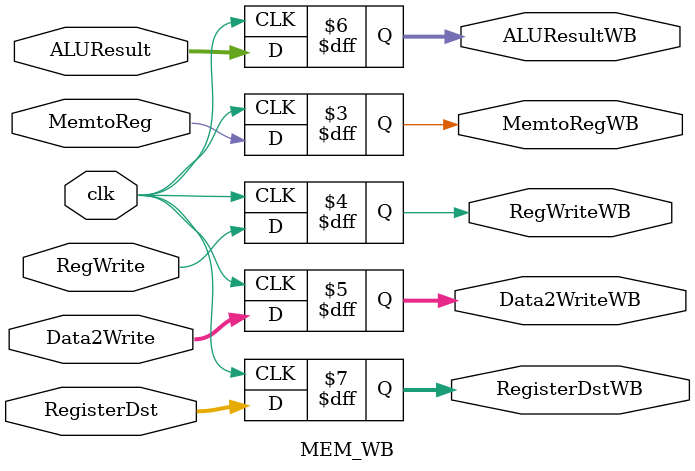
<source format=v>
`timescale 1ns / 1ps


module MEM_WB(input clk,
             input MemtoReg,RegWrite,
             input [31:0] Data2Write, ALUResult,
             input [4:0] RegisterDst,
             
             output reg MemtoRegWB,RegWriteWB,
             output reg [31:0] Data2WriteWB, ALUResultWB,
             output reg [4:0] RegisterDstWB);
             
             initial begin
             MemtoRegWB<=1'b0;
             RegWriteWB<=1'b0;
             Data2WriteWB<=32'b00000000000000000000000000000000;
             ALUResultWB<=32'b00000000000000000000000000000000;
             RegisterDstWB<=5'b00000;             
             end

              always @(posedge clk) begin
             MemtoRegWB<=MemtoReg;
             RegWriteWB<=RegWrite;
             Data2WriteWB<=Data2Write;
             ALUResultWB<=ALUResult;
             RegisterDstWB<=RegisterDst;  
                 end            
endmodule

</source>
